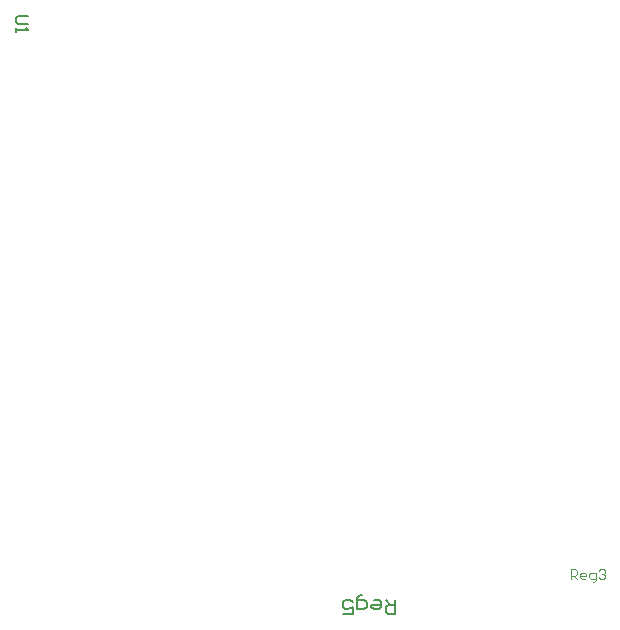
<source format=gm1>
G04*
G04 #@! TF.GenerationSoftware,Altium Limited,Altium Designer,20.2.8 (258)*
G04*
G04 Layer_Color=16711935*
%FSLAX24Y24*%
%MOIN*%
G70*
G04*
G04 #@! TF.SameCoordinates,2D8D9C66-5576-4C64-8BDA-EEC9A906AE53*
G04*
G04*
G04 #@! TF.FilePolarity,Positive*
G04*
G01*
G75*
%ADD78C,0.0070*%
%ADD79C,0.0039*%
%ADD80C,0.0059*%
D78*
X18150Y28800D02*
X17817D01*
X17750Y28733D01*
Y28600D01*
X17817Y28533D01*
X18150D01*
X17750Y28400D02*
Y28267D01*
Y28333D01*
X18150D01*
X18083Y28400D01*
D79*
X36240Y10020D02*
Y10335D01*
X36397D01*
X36450Y10282D01*
Y10177D01*
X36397Y10125D01*
X36240D01*
X36345D02*
X36450Y10020D01*
X36712D02*
X36607D01*
X36555Y10072D01*
Y10177D01*
X36607Y10230D01*
X36712D01*
X36765Y10177D01*
Y10125D01*
X36555D01*
X36975Y9915D02*
X37027D01*
X37080Y9968D01*
Y10230D01*
X36922D01*
X36870Y10177D01*
Y10072D01*
X36922Y10020D01*
X37080D01*
X37185Y10282D02*
X37237Y10335D01*
X37342D01*
X37394Y10282D01*
Y10230D01*
X37342Y10177D01*
X37290D01*
X37342D01*
X37394Y10125D01*
Y10072D01*
X37342Y10020D01*
X37237D01*
X37185Y10072D01*
D80*
X30390Y9320D02*
Y8848D01*
X30154D01*
X30075Y8926D01*
Y9084D01*
X30154Y9163D01*
X30390D01*
X30233D02*
X30075Y9320D01*
X29682D02*
X29839D01*
X29918Y9241D01*
Y9084D01*
X29839Y9005D01*
X29682D01*
X29603Y9084D01*
Y9163D01*
X29918D01*
X29288Y9477D02*
X29209D01*
X29131Y9399D01*
Y9005D01*
X29367D01*
X29445Y9084D01*
Y9241D01*
X29367Y9320D01*
X29131D01*
X28658Y8848D02*
X28973D01*
Y9084D01*
X28816Y9005D01*
X28737D01*
X28658Y9084D01*
Y9241D01*
X28737Y9320D01*
X28894D01*
X28973Y9241D01*
M02*

</source>
